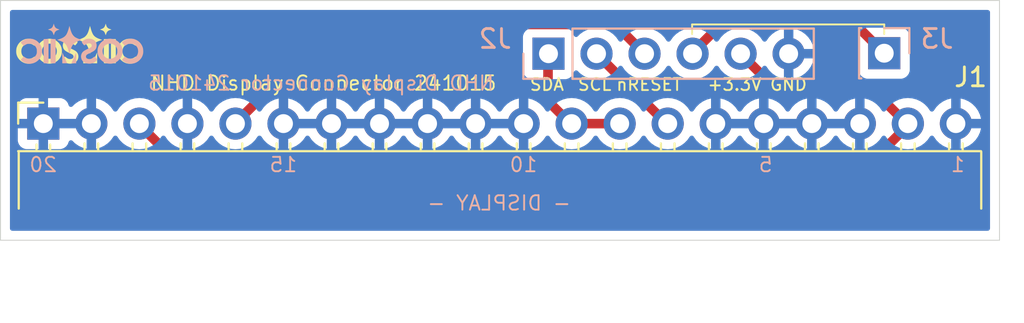
<source format=kicad_pcb>
(kicad_pcb (version 20240108) (generator "pcbnew") (generator_version "8.0")
  (layers (0 "F.Cu" signal) (31 "B.Cu" signal) (34 "B.Paste" user) (35 "F.Paste" user) (36 "B.SilkS" user "B.Silkscreen") (37 "F.SilkS" user "F.Silkscreen") (38 "B.Mask" user) (39 "F.Mask" user) (44 "Edge.Cuts" user))
  (net 0 "")
  (net 1 "GND")
  (net 2 "SCL")
  (net 3 "SDA")
  (net 4 "nRESET_DISPLAY")
  (net 5 "+3.3V")
  (net 6 "Net-(J2-Pin_4)")
  (footprint "Logos:COSMiiC-3000" (layer "F.Cu") (at 116.078 95.758)
    (property "Reference" "G***" (hide yes))
    (property "Value" "LOGO" (hide yes))
    (fp_poly (pts (xy 1.907117 -0.243637) (xy 2.036234 -0.2413) (xy 2.036234 0.397933) (xy 2.036234 1.037166) (xy 1.912978 1.0395) (xy 1.86889 1.039945) (xy 1.830949 1.03959) (xy 1.802317 1.038523) (xy 1.786153 1.036829) (xy 1.783862 1.035972) (xy 1.782921 1.026766) (xy 1.782027 1.001949) (xy 1.781192 0.962841) (xy 1.780428 0.910766) (xy 1.779746 0.847044) (xy 1.779159 0.772999) (xy 1.778679 0.68995) (xy 1.778318 0.599221) (xy 1.778088 0.502133) (xy 1.778001 0.400008) (xy 1.778 0.392068) (xy 1.778 -0.245975)) (fill solid) (layer "F.SilkS"))
    (fp_poly (pts (xy 0.325869 0.492475) (xy 0.336375 0.515657) (xy 0.351729 0.549943) (xy 0.370959 0.59313) (xy 0.393091 0.643013) (xy 0.417152 0.697391) (xy 0.44217 0.754058) (xy 0.467171 0.810813) (xy 0.491182 0.865452) (xy 0.513231 0.915771) (xy 0.532344 0.959567) (xy 0.547548 0.994637) (xy 0.5558 1.013883) (xy 0.567494 1.0414) (xy 0.44038 1.0414) (xy 0.313267 1.0414) (xy 0.313524 0.75565) (xy 0.313799 0.682924) (xy 0.314458 0.619219) (xy 0.315462 0.565963) (xy 0.31677 0.524585) (xy 0.318342 0.496514) (xy 0.320139 0.483178) (xy 0.321184 0.4826)) (fill solid) (layer "F.SilkS"))
    (fp_poly (pts (xy 1.047186 0.473665) (xy 1.047941 0.495983) (xy 1.048603 0.531419) (xy 1.04915 0.578065) (xy 1.049558 0.634012) (xy 1.049803 0.697354) (xy 1.049867 0.752122) (xy 1.049867 1.0414) (xy 0.922867 1.0414) (xy 0.87867 1.041142) (xy 0.841163 1.040432) (xy 0.813271 1.039364) (xy 0.797923 1.038033) (xy 0.795867 1.037298) (xy 0.799143 1.028765) (xy 0.808353 1.006865) (xy 0.822569 0.973708) (xy 0.840866 0.931409) (xy 0.862315 0.882079) (xy 0.885991 0.827832) (xy 0.910966 0.77078) (xy 0.936312 0.713037) (xy 0.961104 0.656714) (xy 0.984413 0.603925) (xy 1.005314 0.556782) (xy 1.022879 0.517398) (xy 1.036181 0.487886) (xy 1.044293 0.470359) (xy 1.046363 0.466372)) (fill solid) (layer "F.SilkS"))
    (fp_poly (pts (xy 1.519456 -0.999067) (xy 1.541626 -0.933813) (xy 1.567316 -0.882606) (xy 1.599261 -0.842709) (xy 1.640194 -0.811383) (xy 1.692852 -0.785892) (xy 1.7526 -0.765654) (xy 1.780464 -0.756481) (xy 1.798776 -0.748624) (xy 1.804591 -0.743421) (xy 1.8034 -0.742558) (xy 1.78946 -0.738097) (xy 1.764408 -0.730274) (xy 1.733323 -0.720674) (xy 1.729023 -0.719353) (xy 1.672157 -0.698488) (xy 1.62709 -0.673148) (xy 1.591219 -0.640615) (xy 1.561944 -0.598173) (xy 1.536661 -0.543106) (xy 1.522665 -0.503901) (xy 1.512155 -0.474939) (xy 1.503186 -0.455207) (xy 1.497155 -0.44757) (xy 1.495805 -0.448733) (xy 1.490973 -0.463524) (xy 1.483136 -0.488181) (xy 1.47692 -0.508) (xy 1.453647 -0.57129) (xy 1.426356 -0.62058) (xy 1.392152 -0.658769) (xy 1.348135 -0.688752) (xy 1.29141 -0.713429) (xy 1.261534 -0.723397) (xy 1.233716 -0.732133) (xy 1.211337 -0.739277) (xy 1.202267 -0.74226) (xy 1.204028 -0.746512) (xy 1.219177 -0.754371) (xy 1.2449 -0.76452) (xy 1.263203 -0.77082) (xy 1.325597 -0.794416) (xy 1.373994 -0.820915) (xy 1.411331 -0.853309) (xy 1.440543 -0.894589) (xy 1.464567 -0.947745) (xy 1.478949 -0.9906) (xy 1.500957 -1.062566)) (fill solid) (layer "F.SilkS"))
    (fp_poly (pts (xy 1.617731 -0.243665) (xy 1.642487 -0.241797) (xy 1.656388 -0.238509) (xy 1.660809 -0.235185) (xy 1.661927 -0.225149) (xy 1.662991 -0.199532) (xy 1.663987 -0.159687) (xy 1.664901 -0.106966) (xy 1.665717 -0.042722) (xy 1.666419 0.031693) (xy 1.666995 0.114926) (xy 1.667427 0.205625) (xy 1.667702 0.302438) (xy 1.667804 0.398357) (xy 1.667763 0.523094) (xy 1.667576 0.631774) (xy 1.66723 0.72527) (xy 1.66671 0.804456) (xy 1.666002 0.870207) (xy 1.665093 0.923398) (xy 1.663968 0.964902) (xy 1.662614 0.995595) (xy 1.661017 1.01635) (xy 1.659164 1.028043) (xy 1.657773 1.03124) (xy 1.644774 1.035881) (xy 1.618964 1.03922) (xy 1.584228 1.041279) (xy 1.544452 1.042078) (xy 1.503522 1.041639) (xy 1.465323 1.039981) (xy 1.43374 1.037128) (xy 1.412659 1.033098) (xy 1.406449 1.029883) (xy 1.404514 1.022292) (xy 1.402866 1.004069) (xy 1.401497 0.974516) (xy 1.400399 0.932935) (xy 1.399564 0.878628) (xy 1.398984 0.810895) (xy 1.39865 0.72904) (xy 1.398556 0.632364) (xy 1.398692 0.520169) (xy 1.399051 0.391757) (xy 1.399062 0.388533) (xy 1.401234 -0.2413) (xy 1.527589 -0.243652) (xy 1.580103 -0.24424)) (fill solid) (layer "F.SilkS"))
    (fp_poly (pts (xy 0.707865 -0.810245) (xy 0.740536 -0.701264) (xy 0.773737 -0.608407) (xy 0.807362 -0.531941) (xy 0.841304 -0.472137) (xy 0.841475 -0.471878) (xy 0.887322 -0.414333) (xy 0.944789 -0.362972) (xy 1.015079 -0.317033) (xy 1.099395 -0.275752) (xy 1.198942 -0.238364) (xy 1.220316 -0.231435) (xy 1.320995 -0.199544) (xy 1.221414 -0.16737) (xy 1.119809 -0.130653) (xy 1.033658 -0.090874) (xy 0.961626 -0.047186) (xy 0.902379 0.001258) (xy 0.854584 0.055306) (xy 0.841475 0.073945) (xy 0.807532 0.133664) (xy 0.773906 0.210046) (xy 0.740702 0.302822) (xy 0.708028 0.411722) (xy 0.707865 0.412312) (xy 0.670834 0.5461) (xy 0.660702 0.508) (xy 0.634281 0.411165) (xy 0.610211 0.329015) (xy 0.587653 0.259606) (xy 0.565767 0.200992) (xy 0.543713 0.151229) (xy 0.52065 0.108371) (xy 0.495739 0.070475) (xy 0.468138 0.035596) (xy 0.446102 0.01123) (xy 0.402358 -0.02965) (xy 0.352227 -0.065843) (xy 0.293107 -0.098792) (xy 0.222397 -0.129942) (xy 0.137492 -0.160734) (xy 0.133941 -0.16192) (xy 0.094853 -0.175026) (xy 0.062081 -0.186186) (xy 0.038701 -0.19434) (xy 0.027787 -0.198427) (xy 0.027387 -0.198645) (xy 0.034044 -0.201822) (xy 0.053833 -0.209022) (xy 0.083734 -0.219192) (xy 0.120725 -0.231277) (xy 0.122386 -0.23181) (xy 0.171945 -0.249146) (xy 0.226285 -0.270466) (xy 0.277317 -0.292503) (xy 0.303286 -0.304862) (xy 0.34727 -0.328164) (xy 0.381336 -0.349976) (xy 0.411459 -0.374652) (xy 0.443615 -0.406545) (xy 0.445354 -0.408376) (xy 0.475559 -0.442409) (xy 0.502421 -0.477945) (xy 0.526783 -0.516935) (xy 0.549492 -0.561332) (xy 0.571391 -0.613087) (xy 0.593325 -0.674151) (xy 0.61614 -0.746478) (xy 0.64068 -0.832018) (xy 0.660702 -0.905933) (xy 0.670834 -0.944034)) (fill solid) (layer "F.SilkS"))
    (fp_poly (pts (xy -1.366789 -0.255031) (xy -1.270108 -0.233217) (xy -1.180128 -0.196347) (xy -1.095582 -0.143888) (xy -1.0152 -0.075308) (xy -1.007533 -0.067734) (xy -0.937587 0.011805) (xy -0.88384 0.094904) (xy -0.845755 0.182963) (xy -0.822793 0.277381) (xy -0.814415 0.379556) (xy -0.815418 0.4318) (xy -0.820813 0.501827) (xy -0.830432 0.561156) (xy -0.845755 0.615797) (xy -0.86826 0.671759) (xy -0.881235 0.699199) (xy -0.933225 0.786391) (xy -0.998514 0.864421) (xy -1.075312 0.931812) (xy -1.161826 0.987086) (xy -1.256266 1.028764) (xy -1.295632 1.041233) (xy -1.3544 1.053627) (xy -1.421971 1.061152) (xy -1.491677 1.063506) (xy -1.556849 1.060386) (xy -1.595967 1.054829) (xy -1.68857 1.031168) (xy -1.770474 0.997679) (xy -1.845635 0.952257) (xy -1.918013 0.892798) (xy -1.939615 0.872066) (xy -2.008411 0.794765) (xy -2.061517 0.713736) (xy -2.100126 0.626551) (xy -2.125431 0.530786) (xy -2.133643 0.477494) (xy -2.136821 0.4064) (xy -1.865316 0.4064) (xy -1.857062 0.490563) (xy -1.83393 0.567499) (xy -1.796815 0.636026) (xy -1.746614 0.694964) (xy -1.684225 0.743133) (xy -1.610545 0.77935) (xy -1.57256 0.791826) (xy -1.529538 0.799181) (xy -1.477101 0.801046) (xy -1.421769 0.797658) (xy -1.370063 0.789254) (xy -1.349169 0.78373) (xy -1.285396 0.755825) (xy -1.225779 0.713966) (xy -1.173375 0.661096) (xy -1.131244 0.60016) (xy -1.108717 0.552236) (xy -1.095805 0.505335) (xy -1.087679 0.448967) (xy -1.084837 0.390049) (xy -1.087779 0.335494) (xy -1.091428 0.312716) (xy -1.115664 0.234765) (xy -1.153261 0.165813) (xy -1.202681 0.107124) (xy -1.262385 0.059963) (xy -1.330831 0.025594) (xy -1.406482 0.005281) (xy -1.472178 0) (xy -1.554462 0.007161) (xy -1.628485 0.028923) (xy -1.695239 0.065703) (xy -1.755714 0.117918) (xy -1.758134 0.120457) (xy -1.806542 0.18194) (xy -1.840086 0.249033) (xy -1.859447 0.323559) (xy -1.865316 0.4064) (xy -2.136821 0.4064) (xy -2.1383 0.373327) (xy -2.1273 0.27293) (xy -2.101723 0.177511) (xy -2.06265 0.088279) (xy -2.011162 0.00644) (xy -1.94834 -0.066798) (xy -1.875265 -0.130228) (xy -1.793017 -0.182642) (xy -1.702677 -0.222833) (xy -1.605327 -0.249593) (xy -1.502046 -0.261714) (xy -1.47144 -0.26232)) (fill solid) (layer "F.SilkS"))
    (fp_poly (pts (xy -2.521801 -0.257849) (xy -2.482326 -0.256389) (xy -2.451113 -0.253391) (xy -2.423831 -0.248392) (xy -2.396149 -0.24093) (xy -2.387898 -0.238388) (xy -2.305836 -0.207628) (xy -2.234027 -0.169258) (xy -2.174919 -0.127017) (xy -2.14159 -0.099372) (xy -2.121118 -0.078535) (xy -2.11254 -0.061534) (xy -2.114891 -0.045394) (xy -2.127206 -0.027142) (xy -2.13844 -0.014518) (xy -2.179902 0.029904) (xy -2.211518 0.063038) (xy -2.234694 0.086249) (xy -2.250836 0.100901) (xy -2.26135 0.10836) (xy -2.266756 0.110067) (xy -2.27888 0.105552) (xy -2.30017 0.093709) (xy -2.326041 0.077091) (xy -2.326312 0.076906) (xy -2.387864 0.040348) (xy -2.448146 0.016912) (xy -2.51325 0.004472) (xy -2.540375 0.002194) (xy -2.624536 0.003705) (xy -2.699861 0.019239) (xy -2.767657 0.04926) (xy -2.829231 0.094232) (xy -2.846991 0.111013) (xy -2.898381 0.173461) (xy -2.934635 0.243255) (xy -2.955834 0.320627) (xy -2.962062 0.405808) (xy -2.961091 0.4318) (xy -2.948362 0.514638) (xy -2.921326 0.5893) (xy -2.881072 0.654668) (xy -2.828685 0.709622) (xy -2.765253 0.753045) (xy -2.691863 0.783817) (xy -2.609601 0.800819) (xy -2.601806 0.801635) (xy -2.533892 0.800927) (xy -2.462446 0.787471) (xy -2.392867 0.762907) (xy -2.330552 0.728878) (xy -2.308119 0.712379) (xy -2.287968 0.69704) (xy -2.273131 0.687437) (xy -2.268945 0.6858) (xy -2.260269 0.691631) (xy -2.243079 0.707208) (xy -2.220146 0.729654) (xy -2.194245 0.756091) (xy -2.168149 0.783642) (xy -2.144629 0.809431) (xy -2.12646 0.830581) (xy -2.116666 0.843781) (xy -2.110652 0.855595) (xy -2.110621 0.865396) (xy -2.118532 0.877022) (xy -2.136348 0.894311) (xy -2.147745 0.904626) (xy -2.228218 0.965909) (xy -2.316931 1.012924) (xy -2.412336 1.045226) (xy -2.512889 1.062366) (xy -2.617044 1.063899) (xy -2.677132 1.057662) (xy -2.775942 1.034716) (xy -2.870113 0.995932) (xy -2.958065 0.942123) (xy -3.038216 0.874107) (xy -3.043766 0.868559) (xy -3.110351 0.792118) (xy -3.161688 0.711882) (xy -3.199447 0.624779) (xy -3.222955 0.539141) (xy -3.230451 0.485766) (xy -3.233251 0.422815) (xy -3.231598 0.356023) (xy -3.225739 0.291125) (xy -3.215915 0.233854) (xy -3.208832 0.207433) (xy -3.168158 0.10574) (xy -3.114487 0.014761) (xy -3.048338 -0.064988) (xy -2.970234 -0.132988) (xy -2.880694 -0.188722) (xy -2.78024 -0.231673) (xy -2.759769 -0.238408) (xy -2.731236 -0.24662) (xy -2.704275 -0.252244) (xy -2.674557 -0.255743) (xy -2.637752 -0.257577) (xy -2.589532 -0.258209) (xy -2.573866 -0.258233)) (fill solid) (layer "F.SilkS"))
    (fp_poly (pts (xy 2.832804 -0.257808) (xy 2.871899 -0.256204) (xy 2.903095 -0.252927) (xy 2.930905 -0.247485) (xy 2.959838 -0.239385) (xy 2.96312 -0.238362) (xy 3.02846 -0.215074) (xy 3.085077 -0.187971) (xy 3.140376 -0.153214) (xy 3.172506 -0.12975) (xy 3.207344 -0.102049) (xy 3.228886 -0.080654) (xy 3.238183 -0.062881) (xy 3.236288 -0.046042) (xy 3.224252 -0.027451) (xy 3.216178 -0.018203) (xy 3.168246 0.033423) (xy 3.130871 0.071822) (xy 3.104046 0.097004) (xy 3.087762 0.108975) (xy 3.084153 0.110067) (xy 3.072042 0.105552) (xy 3.050762 0.09371) (xy 3.024895 0.077093) (xy 3.024621 0.076906) (xy 2.963069 0.040348) (xy 2.902787 0.016912) (xy 2.837684 0.004472) (xy 2.810558 0.002194) (xy 2.726875 0.003694) (xy 2.651944 0.019195) (xy 2.584239 0.049241) (xy 2.522231 0.094377) (xy 2.503942 0.111502) (xy 2.452663 0.173358) (xy 2.416425 0.242833) (xy 2.395176 0.320074) (xy 2.388863 0.405228) (xy 2.389842 0.4318) (xy 2.399975 0.506797) (xy 2.421799 0.573074) (xy 2.457094 0.635643) (xy 2.467513 0.650319) (xy 2.51853 0.706019) (xy 2.579014 0.749288) (xy 2.646674 0.77988) (xy 2.719219 0.797549) (xy 2.794358 0.80205) (xy 2.869799 0.793135) (xy 2.943253 0.77056) (xy 3.012426 0.734079) (xy 3.042814 0.712055) (xy 3.063165 0.696852) (xy 3.078337 0.687374) (xy 3.082672 0.6858) (xy 3.091552 0.691664) (xy 3.108906 0.707342) (xy 3.131992 0.729965) (xy 3.158065 0.756664) (xy 3.184381 0.78457) (xy 3.208198 0.810812) (xy 3.226771 0.832521) (xy 3.237356 0.846828) (xy 3.238256 0.848512) (xy 3.240942 0.859564) (xy 3.236448 0.871201) (xy 3.222586 0.886928) (xy 3.202944 0.905112) (xy 3.121872 0.96648) (xy 3.032708 1.013464) (xy 2.936959 1.04563) (xy 2.836135 1.062542) (xy 2.731743 1.063767) (xy 2.673801 1.057662) (xy 2.574764 1.034687) (xy 2.480568 0.995903) (xy 2.392768 0.942115) (xy 2.31292 0.874125) (xy 2.307167 0.868345) (xy 2.239108 0.789651) (xy 2.186761 0.707258) (xy 2.149545 0.619607) (xy 2.126881 0.525142) (xy 2.118185 0.422304) (xy 2.119033 0.364067) (xy 2.129589 0.264076) (xy 2.152492 0.173854) (xy 2.188869 0.090863) (xy 2.239849 0.012563) (xy 2.306559 -0.063584) (xy 2.311035 -0.068089) (xy 2.348542 -0.104609) (xy 2.379475 -0.131825) (xy 2.408417 -0.153168) (xy 2.439954 -0.17207) (xy 2.472267 -0.188803) (xy 2.528687 -0.215291) (xy 2.57797 -0.234274) (xy 2.62523 -0.2469) (xy 2.67558 -0.25432) (xy 2.734134 -0.25768) (xy 2.7813 -0.258233)) (fill solid) (layer "F.SilkS"))
    (fp_poly (pts (xy -0.275532 -0.2542) (xy -0.222114 -0.243238) (xy -0.173684 -0.225569) (xy -0.124439 -0.199526) (xy -0.120407 -0.197101) (xy -0.072457 -0.165826) (xy -0.03326 -0.135764) (xy -0.004532 -0.108505) (xy 0.012007 -0.08564) (xy 0.015294 -0.071459) (xy 0.00881 -0.056406) (xy -0.006243 -0.032704) (xy -0.026981 -0.004003) (xy -0.05052 0.026046) (xy -0.073977 0.053793) (xy -0.094467 0.075587) (xy -0.109108 0.087779) (xy -0.111336 0.088839) (xy -0.126215 0.086226) (xy -0.151234 0.07257) (xy -0.180089 0.052271) (xy -0.240733 0.014014) (xy -0.301241 -0.009448) (xy -0.360027 -0.017808) (xy -0.415506 -0.010761) (xy -0.446291 0.000867) (xy -0.480078 0.023982) (xy -0.500125 0.055081) (xy -0.50782 0.096516) (xy -0.508 0.105388) (xy -0.505364 0.131808) (xy -0.496308 0.15523) (xy -0.479111 0.177163) (xy -0.452052 0.199117) (xy -0.41341 0.222602) (xy -0.361464 0.249127) (xy -0.324022 0.266748) (xy -0.250756 0.301238) (xy -0.191123 0.331063) (xy -0.142905 0.35752) (xy -0.103884 0.381903) (xy -0.071843 0.405508) (xy -0.044564 0.42963) (xy -0.043617 0.43055) (xy 0.003686 0.488044) (xy 0.036447 0.5538) (xy 0.054336 0.626866) (xy 0.057021 0.706296) (xy 0.056259 0.716767) (xy 0.041886 0.795702) (xy 0.013177 0.865922) (xy -0.029263 0.926684) (xy -0.084827 0.97724) (xy -0.15291 1.016845) (xy -0.2032 1.036238) (xy -0.258122 1.049889) (xy -0.320029 1.058928) (xy -0.382128 1.062743) (xy -0.437628 1.060723) (xy -0.452966 1.058731) (xy -0.515212 1.046181) (xy -0.569517 1.028738) (xy -0.624757 1.003489) (xy -0.63072 1.000399) (xy -0.665272 0.979604) (xy -0.700792 0.953631) (xy -0.734409 0.925151) (xy -0.763252 0.89684) (xy -0.784451 0.871369) (xy -0.795137 0.851413) (xy -0.795866 0.84659) (xy -0.790446 0.83172) (xy -0.776047 0.808769) (xy -0.755467 0.781047) (xy -0.731502 0.751861) (xy -0.706949 0.724521) (xy -0.684603 0.702336) (xy -0.667262 0.688614) (xy -0.659976 0.6858) (xy -0.646352 0.691126) (xy -0.624774 0.705179) (xy -0.59961 0.72507) (xy -0.596376 0.72787) (xy -0.533308 0.774074) (xy -0.468607 0.804098) (xy -0.403081 0.817772) (xy -0.33754 0.814926) (xy -0.273276 0.7956) (xy -0.237862 0.772128) (xy -0.214469 0.739814) (xy -0.203366 0.702006) (xy -0.204819 0.662053) (xy -0.219097 0.623303) (xy -0.246469 0.589105) (xy -0.256108 0.58111) (xy -0.272992 0.570539) (xy -0.302058 0.554691) (xy -0.340047 0.535246) (xy -0.383703 0.513886) (xy -0.414866 0.49917) (xy -0.493879 0.461075) (xy -0.558625 0.426562) (xy -0.611011 0.394192) (xy -0.652944 0.36253) (xy -0.686329 0.330138) (xy -0.713073 0.29558) (xy -0.734777 0.258025) (xy -0.753008 0.209512) (xy -0.764893 0.152282) (xy -0.769159 0.093773) (xy -0.767882 0.064635) (xy -0.753054 -0.012294) (xy -0.724389 -0.080303) (xy -0.682889 -0.138632) (xy -0.629553 -0.186523) (xy -0.565381 -0.223217) (xy -0.491373 -0.247957) (xy -0.40853 -0.259982) (xy -0.339741 -0.260122)) (fill solid) (layer "F.SilkS"))
  )
  (footprint "Connector_PinSocket_2.54mm:PinSocket_1x20_P2.54mm_Horizontal" (layer "F.Cu") (at 114.28 99.994 90)
    (property "Reference" "J1" (at 2.458 49.042 0) (layer "F.SilkS"))
    (property "Value" "Conn_01x20")
    (fp_line (start 1.11 -1.33) (end 1.11 0) (stroke (width 0.12)) (layer "F.SilkS"))
    (fp_line (start 0 -1.33) (end 1.11 -1.33) (stroke (width 0.12)) (layer "F.SilkS"))
    (fp_line (start -1.46 -1.33) (end -1.46 49.59) (stroke (width 0.12)) (layer "F.SilkS"))
    (fp_line (start -4.5 -1.3) (end -1.5 -1.3) (stroke (width 0.12)) (layer "F.SilkS"))
    (fp_line (start -1.46 -0.36) (end -1.11 -0.36) (stroke (width 0.12)) (layer "F.SilkS"))
    (fp_line (start -1.46 0.36) (end -1.11 0.36) (stroke (width 0.12)) (layer "F.SilkS"))
    (fp_line (start -1.46 2.18) (end -1.05 2.18) (stroke (width 0.12)) (layer "F.SilkS"))
    (fp_line (start -1.46 2.9) (end -1.05 2.9) (stroke (width 0.12)) (layer "F.SilkS"))
    (fp_line (start -1.46 4.72) (end -1.05 4.72) (stroke (width 0.12)) (layer "F.SilkS"))
    (fp_line (start -1.46 5.44) (end -1.05 5.44) (stroke (width 0.12)) (layer "F.SilkS"))
    (fp_line (start -1.46 7.26) (end -1.05 7.26) (stroke (width 0.12)) (layer "F.SilkS"))
    (fp_line (start -1.46 7.98) (end -1.05 7.98) (stroke (width 0.12)) (layer "F.SilkS"))
    (fp_line (start -1.46 9.8) (end -1.05 9.8) (stroke (width 0.12)) (layer "F.SilkS"))
    (fp_line (start -1.46 10.52) (end -1.05 10.52) (stroke (width 0.12)) (layer "F.SilkS"))
    (fp_line (start -1.46 12.34) (end -1.05 12.34) (stroke (width 0.12)) (layer "F.SilkS"))
    (fp_line (start -1.46 13.06) (end -1.05 13.06) (stroke (width 0.12)) (layer "F.SilkS"))
    (fp_line (start -1.46 14.88) (end -1.05 14.88) (stroke (width 0.12)) (layer "F.SilkS"))
    (fp_line (start -1.46 15.6) (end -1.05 15.6) (stroke (width 0.12)) (layer "F.SilkS"))
    (fp_line (start -1.46 17.42) (end -1.05 17.42) (stroke (width 0.12)) (layer "F.SilkS"))
    (fp_line (start -1.46 18.14) (end -1.05 18.14) (stroke (width 0.12)) (layer "F.SilkS"))
    (fp_line (start -1.46 19.96) (end -1.05 19.96) (stroke (width 0.12)) (layer "F.SilkS"))
    (fp_line (start -1.46 20.68) (end -1.05 20.68) (stroke (width 0.12)) (layer "F.SilkS"))
    (fp_line (start -1.46 22.5) (end -1.05 22.5) (stroke (width 0.12)) (layer "F.SilkS"))
    (fp_line (start -1.46 23.22) (end -1.05 23.22) (stroke (width 0.12)) (layer "F.SilkS"))
    (fp_line (start -1.46 25.04) (end -1.05 25.04) (stroke (width 0.12)) (layer "F.SilkS"))
    (fp_line (start -1.46 25.76) (end -1.05 25.76) (stroke (width 0.12)) (layer "F.SilkS"))
    (fp_line (start -1.46 27.58) (end -1.05 27.58) (stroke (width 0.12)) (layer "F.SilkS"))
    (fp_line (start -1.46 28.3) (end -1.05 28.3) (stroke (width 0.12)) (layer "F.SilkS"))
    (fp_line (start -1.46 30.12) (end -1.05 30.12) (stroke (width 0.12)) (layer "F.SilkS"))
    (fp_line (start -1.46 30.84) (end -1.05 30.84) (stroke (width 0.12)) (layer "F.SilkS"))
    (fp_line (start -1.46 32.66) (end -1.05 32.66) (stroke (width 0.12)) (layer "F.SilkS"))
    (fp_line (start -1.46 33.38) (end -1.05 33.38) (stroke (width 0.12)) (layer "F.SilkS"))
    (fp_line (start -1.46 35.2) (end -1.05 35.2) (stroke (width 0.12)) (layer "F.SilkS"))
    (fp_line (start -1.46 35.92) (end -1.05 35.92) (stroke (width 0.12)) (layer "F.SilkS"))
    (fp_line (start -1.46 37.74) (end -1.05 37.74) (stroke (width 0.12)) (layer "F.SilkS"))
    (fp_line (start -1.46 38.46) (end -1.05 38.46) (stroke (width 0.12)) (layer "F.SilkS"))
    (fp_line (start -1.46 40.28) (end -1.05 40.28) (stroke (width 0.12)) (layer "F.SilkS"))
    (fp_line (start -1.46 41) (end -1.05 41) (stroke (width 0.12)) (layer "F.SilkS"))
    (fp_line (start -1.46 42.82) (end -1.05 42.82) (stroke (width 0.12)) (layer "F.SilkS"))
    (fp_line (start -1.46 43.54) (end -1.05 43.54) (stroke (width 0.12)) (layer "F.SilkS"))
    (fp_line (start -1.46 45.36) (end -1.05 45.36) (stroke (width 0.12)) (layer "F.SilkS"))
    (fp_line (start -1.46 46.08) (end -1.05 46.08) (stroke (width 0.12)) (layer "F.SilkS"))
    (fp_line (start -1.46 47.9) (end -1.05 47.9) (stroke (width 0.12)) (layer "F.SilkS"))
    (fp_line (start -1.46 48.62) (end -1.05 48.62) (stroke (width 0.12)) (layer "F.SilkS"))
    (fp_line (start -4.5 49.6) (end -1.5 49.6) (stroke (width 0.12)) (layer "F.SilkS"))
    (pad "1" thru_hole rect (at 0 0 90) (size 1.7 1.7) (drill 1) (layers "*.Cu" "*.Mask") (net 1 "GND"))
    (pad "2" thru_hole oval (at 0 2.54 90) (size 1.7 1.7) (drill 1) (layers "*.Cu" "*.Mask") (net 1 "GND"))
    (pad "3" thru_hole oval (at 0 5.08 90) (size 1.7 1.7) (drill 1) (layers "*.Cu" "*.Mask") (net 5 "+3.3V"))
    (pad "4" thru_hole oval (at 0 7.62 90) (size 1.7 1.7) (drill 1) (layers "*.Cu" "*.Mask") (net 1 "GND"))
    (pad "5" thru_hole oval (at 0 10.16 90) (size 1.7 1.7) (drill 1) (layers "*.Cu" "*.Mask") (net 4 "nRESET_DISPLAY"))
    (pad "6" thru_hole oval (at 0 12.7 90) (size 1.7 1.7) (drill 1) (layers "*.Cu" "*.Mask") (net 1 "GND"))
    (pad "7" thru_hole oval (at 0 15.24 90) (size 1.7 1.7) (drill 1) (layers "*.Cu" "*.Mask") (net 1 "GND"))
    (pad "8" thru_hole oval (at 0 17.78 90) (size 1.7 1.7) (drill 1) (layers "*.Cu" "*.Mask") (net 1 "GND"))
    (pad "9" thru_hole oval (at 0 20.32 90) (size 1.7 1.7) (drill 1) (layers "*.Cu" "*.Mask") (net 1 "GND"))
    (pad "10" thru_hole oval (at 0 22.86 90) (size 1.7 1.7) (drill 1) (layers "*.Cu" "*.Mask") (net 1 "GND"))
    (pad "11" thru_hole oval (at 0 25.4 90) (size 1.7 1.7) (drill 1) (layers "*.Cu" "*.Mask") (net 1 "GND"))
    (pad "12" thru_hole oval (at 0 27.94 90) (size 1.7 1.7) (drill 1) (layers "*.Cu" "*.Mask") (net 3 "SDA"))
    (pad "13" thru_hole oval (at 0 30.48 90) (size 1.7 1.7) (drill 1) (layers "*.Cu" "*.Mask") (net 3 "SDA"))
    (pad "14" thru_hole oval (at 0 33.02 90) (size 1.7 1.7) (drill 1) (layers "*.Cu" "*.Mask") (net 2 "SCL"))
    (pad "15" thru_hole oval (at 0 35.56 90) (size 1.7 1.7) (drill 1) (layers "*.Cu" "*.Mask") (net 1 "GND"))
    (pad "16" thru_hole oval (at 0 38.1 90) (size 1.7 1.7) (drill 1) (layers "*.Cu" "*.Mask") (net 1 "GND"))
    (pad "17" thru_hole oval (at 0 40.64 90) (size 1.7 1.7) (drill 1) (layers "*.Cu" "*.Mask") (net 1 "GND"))
    (pad "18" thru_hole oval (at 0 43.18 90) (size 1.7 1.7) (drill 1) (layers "*.Cu" "*.Mask") (net 1 "GND"))
    (pad "19" thru_hole oval (at 0 45.72 90) (size 1.7 1.7) (drill 1) (layers "*.Cu" "*.Mask") (net 5 "+3.3V"))
    (pad "20" thru_hole oval (at 0 48.26 90) (size 1.7 1.7) (drill 1) (layers "*.Cu" "*.Mask") (net 1 "GND"))
  )
  (footprint "Logos:COSMiiC-3000" (layer "B.Cu") (at 116.332 95.758 180)
    (property "Reference" "G***" (hide yes))
    (property "Value" "LOGO" (hide yes))
    (fp_poly (pts (xy 1.907117 0.243637) (xy 2.036234 0.2413) (xy 2.036234 -0.397933) (xy 2.036234 -1.037166) (xy 1.912978 -1.0395) (xy 1.86889 -1.039945) (xy 1.830949 -1.03959) (xy 1.802317 -1.038523) (xy 1.786153 -1.036829) (xy 1.783862 -1.035972) (xy 1.782921 -1.026766) (xy 1.782027 -1.001949) (xy 1.781192 -0.962841) (xy 1.780428 -0.910766) (xy 1.779746 -0.847044) (xy 1.779159 -0.772999) (xy 1.778679 -0.68995) (xy 1.778318 -0.599221) (xy 1.778088 -0.502133) (xy 1.778001 -0.400008) (xy 1.778 -0.392068) (xy 1.778 0.245975)) (fill solid) (layer "B.SilkS"))
    (fp_poly (pts (xy 0.325869 -0.492475) (xy 0.336375 -0.515657) (xy 0.351729 -0.549943) (xy 0.370959 -0.59313) (xy 0.393091 -0.643013) (xy 0.417152 -0.697391) (xy 0.44217 -0.754058) (xy 0.467171 -0.810813) (xy 0.491182 -0.865452) (xy 0.513231 -0.915771) (xy 0.532344 -0.959567) (xy 0.547548 -0.994637) (xy 0.5558 -1.013883) (xy 0.567494 -1.0414) (xy 0.44038 -1.0414) (xy 0.313267 -1.0414) (xy 0.313524 -0.75565) (xy 0.313799 -0.682924) (xy 0.314458 -0.619219) (xy 0.315462 -0.565963) (xy 0.31677 -0.524585) (xy 0.318342 -0.496514) (xy 0.320139 -0.483178) (xy 0.321184 -0.4826)) (fill solid) (layer "B.SilkS"))
    (fp_poly (pts (xy 1.047186 -0.473665) (xy 1.047941 -0.495983) (xy 1.048603 -0.531419) (xy 1.04915 -0.578065) (xy 1.049558 -0.634012) (xy 1.049803 -0.697354) (xy 1.049867 -0.752122) (xy 1.049867 -1.0414) (xy 0.922867 -1.0414) (xy 0.87867 -1.041142) (xy 0.841163 -1.040432) (xy 0.813271 -1.039364) (xy 0.797923 -1.038033) (xy 0.795867 -1.037298) (xy 0.799143 -1.028765) (xy 0.808353 -1.006865) (xy 0.822569 -0.973708) (xy 0.840866 -0.931409) (xy 0.862315 -0.882079) (xy 0.885991 -0.827832) (xy 0.910966 -0.77078) (xy 0.936312 -0.713037) (xy 0.961104 -0.656714) (xy 0.984413 -0.603925) (xy 1.005314 -0.556782) (xy 1.022879 -0.517398) (xy 1.036181 -0.487886) (xy 1.044293 -0.470359) (xy 1.046363 -0.466372)) (fill solid) (layer "B.SilkS"))
    (fp_poly (pts (xy 1.617731 0.243665) (xy 1.642487 0.241797) (xy 1.656388 0.238509) (xy 1.660809 0.235185) (xy 1.661927 0.225149) (xy 1.662991 0.199532) (xy 1.663987 0.159687) (xy 1.664901 0.106966) (xy 1.665717 0.042722) (xy 1.666419 -0.031693) (xy 1.666995 -0.114926) (xy 1.667427 -0.205625) (xy 1.667702 -0.302438) (xy 1.667804 -0.398357) (xy 1.667763 -0.523094) (xy 1.667576 -0.631774) (xy 1.66723 -0.72527) (xy 1.66671 -0.804456) (xy 1.666002 -0.870207) (xy 1.665093 -0.923398) (xy 1.663968 -0.964902) (xy 1.662614 -0.995595) (xy 1.661017 -1.01635) (xy 1.659164 -1.028043) (xy 1.657773 -1.03124) (xy 1.644774 -1.035881) (xy 1.618964 -1.03922) (xy 1.584228 -1.041279) (xy 1.544452 -1.042078) (xy 1.503522 -1.041639) (xy 1.465323 -1.039981) (xy 1.43374 -1.037128) (xy 1.412659 -1.033098) (xy 1.406449 -1.029883) (xy 1.404514 -1.022292) (xy 1.402866 -1.004069) (xy 1.401497 -0.974516) (xy 1.400399 -0.932935) (xy 1.399564 -0.878628) (xy 1.398984 -0.810895) (xy 1.39865 -0.72904) (xy 1.398556 -0.632364) (xy 1.398692 -0.520169) (xy 1.399051 -0.391757) (xy 1.399062 -0.388533) (xy 1.401234 0.2413) (xy 1.527589 0.243652) (xy 1.580103 0.24424)) (fill solid) (layer "B.SilkS"))
    (fp_poly (pts (xy 1.519456 0.999067) (xy 1.541626 0.933813) (xy 1.567316 0.882606) (xy 1.599261 0.842709) (xy 1.640194 0.811383) (xy 1.692852 0.785892) (xy 1.7526 0.765654) (xy 1.780464 0.756481) (xy 1.798776 0.748624) (xy 1.804591 0.743421) (xy 1.8034 0.742558) (xy 1.78946 0.738097) (xy 1.764408 0.730274) (xy 1.733323 0.720674) (xy 1.729023 0.719353) (xy 1.672157 0.698488) (xy 1.62709 0.673148) (xy 1.591219 0.640615) (xy 1.561944 0.598173) (xy 1.536661 0.543106) (xy 1.522665 0.503901) (xy 1.512155 0.474939) (xy 1.503186 0.455207) (xy 1.497155 0.44757) (xy 1.495805 0.448733) (xy 1.490973 0.463524) (xy 1.483136 0.488181) (xy 1.47692 0.508) (xy 1.453647 0.57129) (xy 1.426356 0.62058) (xy 1.392152 0.658769) (xy 1.348135 0.688752) (xy 1.29141 0.713429) (xy 1.261534 0.723397) (xy 1.233716 0.732133) (xy 1.211337 0.739277) (xy 1.202267 0.74226) (xy 1.204028 0.746512) (xy 1.219177 0.754371) (xy 1.2449 0.76452) (xy 1.263203 0.77082) (xy 1.325597 0.794416) (xy 1.373994 0.820915) (xy 1.411331 0.853309) (xy 1.440543 0.894589) (xy 1.464567 0.947745) (xy 1.478949 0.9906) (xy 1.500957 1.062566)) (fill solid) (layer "B.SilkS"))
    (fp_poly (pts (xy 0.707865 0.810245) (xy 0.740536 0.701264) (xy 0.773737 0.608407) (xy 0.807362 0.531941) (xy 0.841304 0.472137) (xy 0.841475 0.471878) (xy 0.887322 0.414333) (xy 0.944789 0.362972) (xy 1.015079 0.317033) (xy 1.099395 0.275752) (xy 1.198942 0.238364) (xy 1.220316 0.231435) (xy 1.320995 0.199544) (xy 1.221414 0.16737) (xy 1.119809 0.130653) (xy 1.033658 0.090874) (xy 0.961626 0.047186) (xy 0.902379 -0.001258) (xy 0.854584 -0.055306) (xy 0.841475 -0.073945) (xy 0.807532 -0.133664) (xy 0.773906 -0.210046) (xy 0.740702 -0.302822) (xy 0.708028 -0.411722) (xy 0.707865 -0.412312) (xy 0.670834 -0.5461) (xy 0.660702 -0.508) (xy 0.634281 -0.411165) (xy 0.610211 -0.329015) (xy 0.587653 -0.259606) (xy 0.565767 -0.200992) (xy 0.543713 -0.151229) (xy 0.52065 -0.108371) (xy 0.495739 -0.070475) (xy 0.468138 -0.035596) (xy 0.446102 -0.01123) (xy 0.402358 0.02965) (xy 0.352227 0.065843) (xy 0.293107 0.098792) (xy 0.222397 0.129942) (xy 0.137492 0.160734) (xy 0.133941 0.16192) (xy 0.094853 0.175026) (xy 0.062081 0.186186) (xy 0.038701 0.19434) (xy 0.027787 0.198427) (xy 0.027387 0.198645) (xy 0.034044 0.201822) (xy 0.053833 0.209022) (xy 0.083734 0.219192) (xy 0.120725 0.231277) (xy 0.122386 0.23181) (xy 0.171945 0.249146) (xy 0.226285 0.270466) (xy 0.277317 0.292503) (xy 0.303286 0.304862) (xy 0.34727 0.328164) (xy 0.381336 0.349976) (xy 0.411459 0.374652) (xy 0.443615 0.406545) (xy 0.445354 0.408376) (xy 0.475559 0.442409) (xy 0.502421 0.477945) (xy 0.526783 0.516935) (xy 0.549492 0.561332) (xy 0.571391 0.613087) (xy 0.593325 0.674151) (xy 0.61614 0.746478) (xy 0.64068 0.832018) (xy 0.660702 0.905933) (xy 0.670834 0.944034)) (fill solid) (layer "B.SilkS"))
    (fp_poly (pts (xy -1.366789 0.255031) (xy -1.270108 0.233217) (xy -1.180128 0.196347) (xy -1.095582 0.143888) (xy -1.0152 0.075308) (xy -1.007533 0.067734) (xy -0.937587 -0.011805) (xy -0.88384 -0.094904) (xy -0.845755 -0.182963) (xy -0.822793 -0.277381) (xy -0.814415 -0.379556) (xy -0.815418 -0.4318) (xy -0.820813 -0.501827) (xy -0.830432 -0.561156) (xy -0.845755 -0.615797) (xy -0.86826 -0.671759) (xy -0.881235 -0.699199) (xy -0.933225 -0.786391) (xy -0.998514 -0.864421) (xy -1.075312 -0.931812) (xy -1.161826 -0.987086) (xy -1.256266 -1.028764) (xy -1.295632 -1.041233) (xy -1.3544 -1.053627) (xy -1.421971 -1.061152) (xy -1.491677 -1.063506) (xy -1.556849 -1.060386) (xy -1.595967 -1.054829) (xy -1.68857 -1.031168) (xy -1.770474 -0.997679) (xy -1.845635 -0.952257) (xy -1.918013 -0.892798) (xy -1.939615 -0.872066) (xy -2.008411 -0.794765) (xy -2.061517 -0.713736) (xy -2.100126 -0.626551) (xy -2.125431 -0.530786) (xy -2.133643 -0.477494) (xy -2.136821 -0.4064) (xy -1.865316 -0.4064) (xy -1.857062 -0.490563) (xy -1.83393 -0.567499) (xy -1.796815 -0.636026) (xy -1.746614 -0.694964) (xy -1.684225 -0.743133) (xy -1.610545 -0.77935) (xy -1.57256 -0.791826) (xy -1.529538 -0.799181) (xy -1.477101 -0.801046) (xy -1.421769 -0.797658) (xy -1.370063 -0.789254) (xy -1.349169 -0.78373) (xy -1.285396 -0.755825) (xy -1.225779 -0.713966) (xy -1.173375 -0.661096) (xy -1.131244 -0.60016) (xy -1.108717 -0.552236) (xy -1.095805 -0.505335) (xy -1.087679 -0.448967) (xy -1.084837 -0.390049) (xy -1.087779 -0.335494) (xy -1.091428 -0.312716) (xy -1.115664 -0.234765) (xy -1.153261 -0.165813) (xy -1.202681 -0.107124) (xy -1.262385 -0.059963) (xy -1.330831 -0.025594) (xy -1.406482 -0.005281) (xy -1.472178 0) (xy -1.554462 -0.007161) (xy -1.628485 -0.028923) (xy -1.695239 -0.065703) (xy -1.755714 -0.117918) (xy -1.758134 -0.120457) (xy -1.806542 -0.18194) (xy -1.840086 -0.249033) (xy -1.859447 -0.323559) (xy -1.865316 -0.4064) (xy -2.136821 -0.4064) (xy -2.1383 -0.373327) (xy -2.1273 -0.27293) (xy -2.101723 -0.177511) (xy -2.06265 -0.088279) (xy -2.011162 -0.00644) (xy -1.94834 0.066798) (xy -1.875265 0.130228) (xy -1.793017 0.182642) (xy -1.702677 0.222833) (xy -1.605327 0.249593) (xy -1.502046 0.261714) (xy -1.47144 0.26232)) (fill solid) (layer "B.SilkS"))
    (fp_poly (pts (xy 2.832804 0.257808) (xy 2.871899 0.256204) (xy 2.903095 0.252927) (xy 2.930905 0.247485) (xy 2.959838 0.239385) (xy 2.96312 0.238362) (xy 3.02846 0.215074) (xy 3.085077 0.187971) (xy 3.140376 0.153214) (xy 3.172506 0.12975) (xy 3.207344 0.102049) (xy 3.228886 0.080654) (xy 3.238183 0.062881) (xy 3.236288 0.046042) (xy 3.224252 0.027451) (xy 3.216178 0.018203) (xy 3.168246 -0.033423) (xy 3.130871 -0.071822) (xy 3.104046 -0.097004) (xy 3.087762 -0.108975) (xy 3.084153 -0.110067) (xy 3.072042 -0.105552) (xy 3.050762 -0.09371) (xy 3.024895 -0.077093) (xy 3.024621 -0.076906) (xy 2.963069 -0.040348) (xy 2.902787 -0.016912) (xy 2.837684 -0.004472) (xy 2.810558 -0.002194) (xy 2.726875 -0.003694) (xy 2.651944 -0.019195) (xy 2.584239 -0.049241) (xy 2.522231 -0.094377) (xy 2.503942 -0.111502) (xy 2.452663 -0.173358) (xy 2.416425 -0.242833) (xy 2.395176 -0.320074) (xy 2.388863 -0.405228) (xy 2.389842 -0.4318) (xy 2.399975 -0.506797) (xy 2.421799 -0.573074) (xy 2.457094 -0.635643) (xy 2.467513 -0.650319) (xy 2.51853 -0.706019) (xy 2.579014 -0.749288) (xy 2.646674 -0.77988) (xy 2.719219 -0.797549) (xy 2.794358 -0.80205) (xy 2.869799 -0.793135) (xy 2.943253 -0.77056) (xy 3.012426 -0.734079) (xy 3.042814 -0.712055) (xy 3.063165 -0.696852) (xy 3.078337 -0.687374) (xy 3.082672 -0.6858) (xy 3.091552 -0.691664) (xy 3.108906 -0.707342) (xy 3.131992 -0.729965) (xy 3.158065 -0.756664) (xy 3.184381 -0.78457) (xy 3.208198 -0.810812) (xy 3.226771 -0.832521) (xy 3.237356 -0.846828) (xy 3.238256 -0.848512) (xy 3.240942 -0.859564) (xy 3.236448 -0.871201) (xy 3.222586 -0.886928) (xy 3.202944 -0.905112) (xy 3.121872 -0.96648) (xy 3.032708 -1.013464) (xy 2.936959 -1.04563) (xy 2.836135 -1.062542) (xy 2.731743 -1.063767) (xy 2.673801 -1.057662) (xy 2.574764 -1.034687) (xy 2.480568 -0.995903) (xy 2.392768 -0.942115) (xy 2.31292 -0.874125) (xy 2.307167 -0.868345) (xy 2.239108 -0.789651) (xy 2.186761 -0.707258) (xy 2.149545 -0.619607) (xy 2.126881 -0.525142) (xy 2.118185 -0.422304) (xy 2.119033 -0.364067) (xy 2.129589 -0.264076) (xy 2.152492 -0.173854) (xy 2.188869 -0.090863) (xy 2.239849 -0.012563) (xy 2.306559 0.063584) (xy 2.311035 0.068089) (xy 2.348542 0.104609) (xy 2.379475 0.131825) (xy 2.408417 0.153168) (xy 2.439954 0.17207) (xy 2.472267 0.188803) (xy 2.528687 0.215291) (xy 2.57797 0.234274) (xy 2.62523 0.2469) (xy 2.67558 0.25432) (xy 2.734134 0.25768) (xy 2.7813 0.258233)) (fill solid) (layer "B.SilkS"))
    (fp_poly (pts (xy -2.521801 0.257849) (xy -2.482326 0.256389) (xy -2.451113 0.253391) (xy -2.423831 0.248392) (xy -2.396149 0.24093) (xy -2.387898 0.238388) (xy -2.305836 0.207628) (xy -2.234027 0.169258) (xy -2.174919 0.127017) (xy -2.14159 0.099372) (xy -2.121118 0.078535) (xy -2.11254 0.061534) (xy -2.114891 0.045394) (xy -2.127206 0.027142) (xy -2.13844 0.014518) (xy -2.179902 -0.029904) (xy -2.211518 -0.063038) (xy -2.234694 -0.086249) (xy -2.250836 -0.100901) (xy -2.26135 -0.10836) (xy -2.266756 -0.110067) (xy -2.27888 -0.105552) (xy -2.30017 -0.093709) (xy -2.326041 -0.077091) (xy -2.326312 -0.076906) (xy -2.387864 -0.040348) (xy -2.448146 -0.016912) (xy -2.51325 -0.004472) (xy -2.540375 -0.002194) (xy -2.624536 -0.003705) (xy -2.699861 -0.019239) (xy -2.767657 -0.04926) (xy -2.829231 -0.094232) (xy -2.846991 -0.111013) (xy -2.898381 -0.173461) (xy -2.934635 -0.243255) (xy -2.955834 -0.320627) (xy -2.962062 -0.405808) (xy -2.961091 -0.4318) (xy -2.948362 -0.514638) (xy -2.921326 -0.5893) (xy -2.881072 -0.654668) (xy -2.828685 -0.709622) (xy -2.765253 -0.753045) (xy -2.691863 -0.783817) (xy -2.609601 -0.800819) (xy -2.601806 -0.801635) (xy -2.533892 -0.800927) (xy -2.462446 -0.787471) (xy -2.392867 -0.762907) (xy -2.330552 -0.728878) (xy -2.308119 -0.712379) (xy -2.287968 -0.69704) (xy -2.273131 -0.687437) (xy -2.268945 -0.6858) (xy -2.260269 -0.691631) (xy -2.243079 -0.707208) (xy -2.220146 -0.729654) (xy -2.194245 -0.756091) (xy -2.168149 -0.783642) (xy -2.144629 -0.809431) (xy -2.12646 -0.830581) (xy -2.116666 -0.843781) (xy -2.110652 -0.855595) (xy -2.110621 -0.865396) (xy -2.118532 -0.877022) (xy -2.136348 -0.894311) (xy -2.147745 -0.904626) (xy -2.228218 -0.965909) (xy -2.316931 -1.012924) (xy -2.412336 -1.045226) (xy -2.512889 -1.062366) (xy -2.617044 -1.063899) (xy -2.677132 -1.057662) (xy -2.775942 -1.034716) (xy -2.870113 -0.995932) (xy -2.958065 -0.942123) (xy -3.038216 -0.874107) (xy -3.043766 -0.868559) (xy -3.110351 -0.792118) (xy -3.161688 -0.711882) (xy -3.199447 -0.624779) (xy -3.222955 -0.539141) (xy -3.230451 -0.485766) (xy -3.233251 -0.422815) (xy -3.231598 -0.356023) (xy -3.225739 -0.291125) (xy -3.215915 -0.233854) (xy -3.208832 -0.207433) (xy -3.168158 -0.10574) (xy -3.114487 -0.014761) (xy -3.048338 0.064988) (xy -2.970234 0.132988) (xy -2.880694 0.188722) (xy -2.78024 0.231673) (xy -2.759769 0.238408) (xy -2.731236 0.24662) (xy -2.704275 0.252244) (xy -2.674557 0.255743) (xy -2.637752 0.257577) (xy -2.589532 0.258209) (xy -2.573866 0.258233)) (fill solid) (layer "B.SilkS"))
    (fp_poly (pts (xy -0.275532 0.2542) (xy -0.222114 0.243238) (xy -0.173684 0.225569) (xy -0.124439 0.199526) (xy -0.120407 0.197101) (xy -0.072457 0.165826) (xy -0.03326 0.135764) (xy -0.004532 0.108505) (xy 0.012007 0.08564) (xy 0.015294 0.071459) (xy 0.00881 0.056406) (xy -0.006243 0.032704) (xy -0.026981 0.004003) (xy -0.05052 -0.026046) (xy -0.073977 -0.053793) (xy -0.094467 -0.075587) (xy -0.109108 -0.087779) (xy -0.111336 -0.088839) (xy -0.126215 -0.086226) (xy -0.151234 -0.07257) (xy -0.180089 -0.052271) (xy -0.240733 -0.014014) (xy -0.301241 0.009448) (xy -0.360027 0.017808) (xy -0.415506 0.010761) (xy -0.446291 -0.000867) (xy -0.480078 -0.023982) (xy -0.500125 -0.055081) (xy -0.50782 -0.096516) (xy -0.508 -0.105388) (xy -0.505364 -0.131808) (xy -0.496308 -0.15523) (xy -0.479111 -0.177163) (xy -0.452052 -0.199117) (xy -0.41341 -0.222602) (xy -0.361464 -0.249127) (xy -0.324022 -0.266748) (xy -0.250756 -0.301238) (xy -0.191123 -0.331063) (xy -0.142905 -0.35752) (xy -0.103884 -0.381903) (xy -0.071843 -0.405508) (xy -0.044564 -0.42963) (xy -0.043617 -0.43055) (xy 0.003686 -0.488044) (xy 0.036447 -0.5538) (xy 0.054336 -0.626866) (xy 0.057021 -0.706296) (xy 0.056259 -0.716767) (xy 0.041886 -0.795702) (xy 0.013177 -0.865922) (xy -0.029263 -0.926684) (xy -0.084827 -0.97724) (xy -0.15291 -1.016845) (xy -0.2032 -1.036238) (xy -0.258122 -1.049889) (xy -0.320029 -1.058928) (xy -0.382128 -1.062743) (xy -0.437628 -1.060723) (xy -0.452966 -1.058731) (xy -0.515212 -1.046181) (xy -0.569517 -1.028738) (xy -0.624757 -1.003489) (xy -0.63072 -1.000399) (xy -0.665272 -0.979604) (xy -0.700792 -0.953631) (xy -0.734409 -0.925151) (xy -0.763252 -0.89684) (xy -0.784451 -0.871369) (xy -0.795137 -0.851413) (xy -0.795866 -0.84659) (xy -0.790446 -0.83172) (xy -0.776047 -0.808769) (xy -0.755467 -0.781047) (xy -0.731502 -0.751861) (xy -0.706949 -0.724521) (xy -0.684603 -0.702336) (xy -0.667262 -0.688614) (xy -0.659976 -0.6858) (xy -0.646352 -0.691126) (xy -0.624774 -0.705179) (xy -0.59961 -0.72507) (xy -0.596376 -0.72787) (xy -0.533308 -0.774074) (xy -0.468607 -0.804098) (xy -0.403081 -0.817772) (xy -0.33754 -0.814926) (xy -0.273276 -0.7956) (xy -0.237862 -0.772128) (xy -0.214469 -0.739814) (xy -0.203366 -0.702006) (xy -0.204819 -0.662053) (xy -0.219097 -0.623303) (xy -0.246469 -0.589105) (xy -0.256108 -0.58111) (xy -0.272992 -0.570539) (xy -0.302058 -0.554691) (xy -0.340047 -0.535246) (xy -0.383703 -0.513886) (xy -0.414866 -0.49917) (xy -0.493879 -0.461075) (xy -0.558625 -0.426562) (xy -0.611011 -0.394192) (xy -0.652944 -0.36253) (xy -0.686329 -0.330138) (xy -0.713073 -0.29558) (xy -0.734777 -0.258025) (xy -0.753008 -0.209512) (xy -0.764893 -0.152282) (xy -0.769159 -0.093773) (xy -0.767882 -0.064635) (xy -0.753054 0.012294) (xy -0.724389 0.080303) (xy -0.682889 0.138632) (xy -0.629553 0.186523) (xy -0.565381 0.223217) (xy -0.491373 0.247957) (xy -0.40853 0.259982) (xy -0.339741 0.260122)) (fill solid) (layer "B.SilkS"))
  )
  (footprint "Connector_PinSocket_2.54mm:PinSocket_1x06_P2.54mm_Vertical" (layer "B.Cu") (at 140.995 96.291 -90)
    (property "Reference" "J2" (at -0.787 2.819 0) (layer "B.SilkS") (effects (justify mirror)))
    (property "Value" "Conn_01x06")
    (fp_line (start 1.33 1.33) (end 0 1.33) (stroke (width 0.12)) (layer "B.SilkS"))
    (fp_line (start 1.33 0) (end 1.33 1.33) (stroke (width 0.12)) (layer "B.SilkS"))
    (fp_line (start 1.33 -1.27) (end -1.33 -1.27) (stroke (width 0.12)) (layer "B.SilkS"))
    (fp_line (start -1.33 -14.03) (end -1.33 -1.27) (stroke (width 0.12)) (layer "B.SilkS"))
    (fp_line (start 1.33 -14.03) (end 1.33 -1.27) (stroke (width 0.12)) (layer "B.SilkS"))
    (fp_line (start 1.33 -14.03) (end -1.33 -14.03) (stroke (width 0.12)) (layer "B.SilkS"))
    (pad "1" thru_hole rect (at 0 0 270) (size 1.7 1.7) (drill 1) (layers "*.Cu" "*.Mask") (net 3 "SDA"))
    (pad "2" thru_hole oval (at 0 -2.54 270) (size 1.7 1.7) (drill 1) (layers "*.Cu" "*.Mask") (net 2 "SCL"))
    (pad "3" thru_hole oval (at 0 -5.08 270) (size 1.7 1.7) (drill 1) (layers "*.Cu" "*.Mask") (net 4 "nRESET_DISPLAY"))
    (pad "4" thru_hole oval (at 0 -7.62 270) (size 1.7 1.7) (drill 1) (layers "*.Cu" "*.Mask") (net 6 "Net-(J2-Pin_4)"))
    (pad "5" thru_hole oval (at 0 -10.16 270) (size 1.7 1.7) (drill 1) (layers "*.Cu" "*.Mask") (net 5 "+3.3V"))
    (pad "6" thru_hole oval (at 0 -12.7 270) (size 1.7 1.7) (drill 1) (layers "*.Cu" "*.Mask") (net 1 "GND"))
  )
  (footprint "Connector_PinSocket_2.54mm:PinSocket_1x01_P2.54mm_Vertical" (layer "B.Cu") (at 158.75 96.266 90)
    (property "Reference" "J3" (at 0.762 2.794 0) (layer "B.SilkS") (effects (justify mirror)))
    (property "Value" "Conn_01x01")
    (fp_line (start 1.33 -1.33) (end -1.33 -1.33) (stroke (width 0.12)) (layer "B.SilkS"))
    (fp_line (start 1.33 -1.33) (end 1.33 -1.21) (stroke (width 0.12)) (layer "B.SilkS"))
    (fp_line (start -1.33 -1.33) (end -1.33 -1.21) (stroke (width 0.12)) (layer "B.SilkS"))
    (fp_line (start 1.33 0) (end 1.33 1.33) (stroke (width 0.12)) (layer "B.SilkS"))
    (fp_line (start 1.33 1.33) (end 0 1.33) (stroke (width 0.12)) (layer "B.SilkS"))
    (pad "1" thru_hole rect (at 0 0 90) (size 1.7 1.7) (drill 1) (layers "*.Cu" "*.Mask") (net 6 "Net-(J2-Pin_4)"))
  )
  (gr_line (start 151.13 96.266) (end 152.908 98.044) (stroke (width 0.508)) (layer "F.Cu") (net 5))
  (gr_line (start 119.38 100.076) (end 121.666 102.362) (stroke (width 0.508)) (layer "F.Cu") (net 5))
  (gr_line (start 152.908 98.044) (end 157.988 98.044) (stroke (width 0.508)) (layer "F.Cu") (net 5))
  (gr_line (start 144.526 94.742) (end 139.446 94.742) (stroke (width 0.508)) (layer "F.Cu") (net 4))
  (gr_line (start 157.226 94.742) (end 150.114 94.742) (stroke (width 0.508)) (layer "F.Cu") (net 6))
  (gr_line (start 157.734 102.362) (end 160.02 100.076) (stroke (width 0.508)) (layer "F.Cu") (net 5))
  (gr_line (start 142.24 100.076) (end 140.97 98.806) (stroke (width 0.508)) (layer "F.Cu") (net 3))
  (gr_line (start 150.114 94.742) (end 148.59 96.266) (stroke (width 0.508)) (layer "F.Cu") (net 6))
  (gr_line (start 143.51 96.266) (end 146.003003 98.759003) (stroke (width 0.508)) (layer "F.Cu") (net 2))
  (gr_line (start 146.05 96.266) (end 144.526 94.742) (stroke (width 0.508)) (layer "F.Cu") (net 4))
  (gr_line (start 140.97 98.806) (end 140.97 96.266) (stroke (width 0.508)) (layer "F.Cu") (net 3))
  (gr_line (start 139.446 94.742) (end 137.922 96.266) (stroke (width 0.508)) (layer "F.Cu") (net 4))
  (gr_line (start 124.445796 99.963204) (end 128.143 96.266) (stroke (width 0.508)) (layer "F.Cu") (net 4))
  (gr_line (start 146.05 98.806) (end 147.314257 100.070257) (stroke (width 0.508)) (layer "F.Cu") (net 2))
  (gr_line (start 158.75 96.266) (end 157.226 94.742) (stroke (width 0.508)) (layer "F.Cu") (net 6))
  (gr_line (start 157.988 98.044) (end 160.02 100.076) (stroke (width 0.508)) (layer "F.Cu") (net 5))
  (gr_line (start 121.666 102.362) (end 157.734 102.362) (stroke (width 0.508)) (layer "F.Cu") (net 5))
  (gr_line (start 137.922 96.266) (end 128.27 96.266) (stroke (width 0.508)) (layer "F.Cu") (net 4))
  (gr_line (start 158.75 94.742) (end 158.75 94.996) (stroke (width 0.1)) (layer "F.SilkS"))
  (gr_line (start 148.59 94.742) (end 158.75 94.742) (stroke (width 0.1)) (layer "F.SilkS"))
  (gr_line (start 158.75 94.996) (end 158.75 95.25) (stroke (width 0.1)) (layer "F.SilkS"))
  (gr_line (start 148.59 95.25) (end 148.59 94.742) (stroke (width 0.1)) (layer "F.SilkS"))
  (gr_rect (start 112.014 93.472) (end 164.846 106.172) (stroke (width 0.05)) (fill none) (layer "Edge.Cuts"))
  (gr_text "20" (at 115.062 102.616 0) (layer "B.SilkS") (effects (font (size 0.762 0.762) (thickness 0.1)) (justify left bottom mirror)))
  (gr_text "- DISPLAY -" (at 142.24 104.648 0) (layer "B.SilkS") (effects (font (size 0.762 0.762) (thickness 0.1)) (justify left bottom mirror)))
  (gr_text "5" (at 152.908 102.616 0) (layer "B.SilkS") (effects (font (size 0.762 0.762) (thickness 0.1)) (justify left bottom mirror)))
  (gr_text "15" (at 127.762 102.616 0) (layer "B.SilkS") (effects (font (size 0.762 0.762) (thickness 0.1)) (justify left bottom mirror)))
  (gr_text "NHD Display Connector 241015" (at 138.176 98.298 0) (layer "B.SilkS") (effects (font (size 0.762 0.762) (thickness 0.1)) (justify left bottom mirror)))
  (gr_text "1" (at 163.068 102.616 0) (layer "B.SilkS") (effects (font (size 0.762 0.762) (thickness 0.1)) (justify left bottom mirror)))
  (gr_text "10\n" (at 140.462 102.616 0) (layer "B.SilkS") (effects (font (size 0.762 0.762) (thickness 0.1)) (justify left bottom mirror)))
  (gr_text "SDA" (at 139.954 98.298 0) (layer "F.SilkS") (effects (font (size 0.635 0.635) (thickness 0.1)) (justify left bottom)))
  (gr_text "SCL" (at 142.494 98.298 0) (layer "F.SilkS") (effects (font (size 0.635 0.635) (thickness 0.1)) (justify left bottom)))
  (gr_text "nRESET" (at 144.526 98.298 0) (layer "F.SilkS") (effects (font (size 0.635 0.635) (thickness 0.1)) (justify left bottom)))
  (gr_text "GND" (at 152.654 98.298 0) (layer "F.SilkS") (effects (font (size 0.635 0.635) (thickness 0.1)) (justify left bottom)))
  (gr_text "NHD Display Connector 241015" (at 119.888 98.298 0) (layer "F.SilkS") (effects (font (size 0.762 0.762) (thickness 0.1)) (justify left bottom)))
  (gr_text "+3.3V" (at 149.352 98.298 0) (layer "F.SilkS") (effects (font (size 0.635 0.635) (thickness 0.1)) (justify left bottom)))
  (segment (start 142.22 99.994) (end 144.76 99.994) (width 0.508) (layer "F.Cu") (net 3))
  (zone (net 1) (net_name "GND") (layer "B.Cu") (connect_pads (clearance 0.5)) (min_thickness 0.25) (fill yes (thermal_gap 0.5) (thermal_bridge_width 0.5))
    (polygon (pts (xy 112.268 93.726) (xy 164.592 93.726) (xy 164.592 105.918) (xy 112.268 105.918)))
  )
)
</source>
